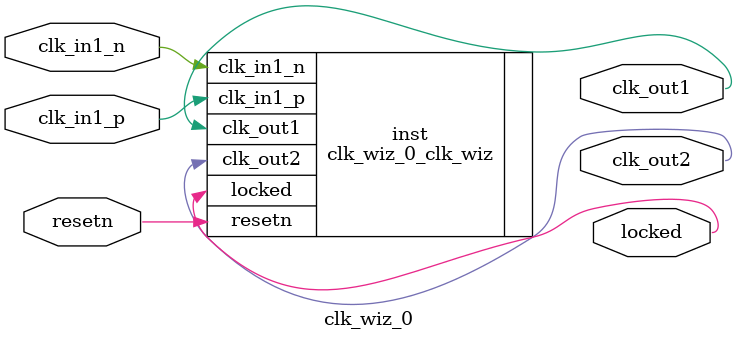
<source format=v>


`timescale 1ps/1ps

(* CORE_GENERATION_INFO = "clk_wiz_0,clk_wiz_v6_0_13_0_0,{component_name=clk_wiz_0,use_phase_alignment=true,use_min_o_jitter=false,use_max_i_jitter=false,use_dyn_phase_shift=false,use_inclk_switchover=false,use_dyn_reconfig=false,enable_axi=0,feedback_source=FDBK_AUTO,PRIMITIVE=MMCM,num_out_clk=2,clkin1_period=4.000,clkin2_period=10.0,use_power_down=false,use_reset=true,use_locked=true,use_inclk_stopped=false,feedback_type=SINGLE,CLOCK_MGR_TYPE=NA,manual_override=false}" *)

module clk_wiz_0 
 (
  // Clock out ports
  output        clk_out1,
  output        clk_out2,
  // Status and control signals
  input         resetn,
  output        locked,
 // Clock in ports
  input         clk_in1_p,
  input         clk_in1_n
 );

  clk_wiz_0_clk_wiz inst
  (
  // Clock out ports  
  .clk_out1(clk_out1),
  .clk_out2(clk_out2),
  // Status and control signals               
  .resetn(resetn), 
  .locked(locked),
 // Clock in ports
  .clk_in1_p(clk_in1_p),
  .clk_in1_n(clk_in1_n)
  );

endmodule

</source>
